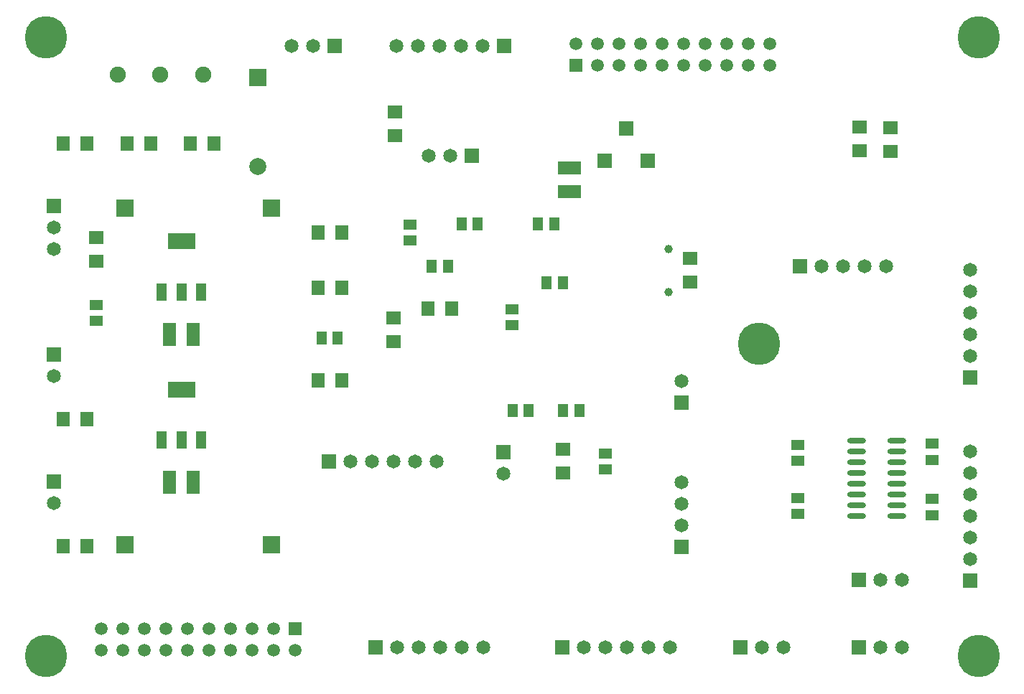
<source format=gbr>
G04 Layer_Color=255*
%FSLAX23Y23*%
%MOIN*%
%TF.FileFunction,Pads,Bot*%
%TF.Part,Single*%
G01*
G75*
%TA.AperFunction,SMDPad*%
%ADD11R,0.063X0.071*%
%TA.AperFunction,SMDPad*%
%ADD12O,0.087X0.024*%
%TA.AperFunction,SMDPad*%
%ADD13R,0.059X0.051*%
%TA.AperFunction,SMDPad*%
%ADD16R,0.051X0.059*%
%TA.AperFunction,ViaPad*%
%ADD25C,0.065*%
%TA.AperFunction,ViaPad*%
%ADD26R,0.065X0.065*%
%TA.AperFunction,ViaPad*%
%ADD27C,0.059*%
%TA.AperFunction,ViaPad*%
%ADD28R,0.059X0.059*%
%TA.AperFunction,ConnectorPad*%
%ADD29C,0.197*%
%TA.AperFunction,ViaPad*%
%ADD30C,0.079*%
%TA.AperFunction,ViaPad*%
%ADD31R,0.079X0.079*%
%TA.AperFunction,ViaPad*%
%ADD32R,0.065X0.065*%
%TA.AperFunction,ViaPad*%
%ADD33R,0.079X0.079*%
%TA.AperFunction,ViaPad*%
%ADD34C,0.075*%
%TA.AperFunction,ViaPad*%
%ADD35C,0.039*%
%TA.AperFunction,SMDPad*%
%ADD37R,0.071X0.063*%
%TA.AperFunction,SMDPad*%
%ADD38R,0.125X0.075*%
%TA.AperFunction,SMDPad*%
%ADD39R,0.047X0.083*%
%TA.AperFunction,SMDPad*%
%ADD40R,0.063X0.106*%
%TA.AperFunction,SMDPad*%
%ADD41R,0.106X0.063*%
D11*
X2516Y3504D02*
D03*
X2406D02*
D03*
X2516Y3248D02*
D03*
X2406D02*
D03*
X2516Y2815D02*
D03*
X2406D02*
D03*
X3028Y3150D02*
D03*
X2917D02*
D03*
X1335Y3917D02*
D03*
X1224D02*
D03*
X1224Y2638D02*
D03*
X1335D02*
D03*
X1335Y2047D02*
D03*
X1224D02*
D03*
X1925Y3917D02*
D03*
X1815D02*
D03*
X1630D02*
D03*
X1520D02*
D03*
D12*
X4906Y2187D02*
D03*
Y2237D02*
D03*
Y2287D02*
D03*
Y2337D02*
D03*
Y2387D02*
D03*
Y2437D02*
D03*
Y2487D02*
D03*
Y2537D02*
D03*
X5094Y2187D02*
D03*
Y2237D02*
D03*
Y2287D02*
D03*
Y2337D02*
D03*
Y2387D02*
D03*
Y2437D02*
D03*
Y2487D02*
D03*
Y2537D02*
D03*
D13*
X3307Y3073D02*
D03*
Y3148D02*
D03*
X4635Y2195D02*
D03*
Y2269D02*
D03*
X4634Y2516D02*
D03*
Y2442D02*
D03*
X5258Y2265D02*
D03*
Y2191D02*
D03*
X5258Y2522D02*
D03*
Y2448D02*
D03*
X3740Y2404D02*
D03*
Y2478D02*
D03*
X2835Y3541D02*
D03*
Y3467D02*
D03*
X1378Y3167D02*
D03*
Y3093D02*
D03*
D16*
X3502Y3543D02*
D03*
X3427D02*
D03*
X3010Y3346D02*
D03*
X2935D02*
D03*
X3542Y3269D02*
D03*
X3468D02*
D03*
X3384Y2677D02*
D03*
X3309D02*
D03*
X3620D02*
D03*
X3545D02*
D03*
X3073Y3543D02*
D03*
X3148D02*
D03*
X2423Y3012D02*
D03*
X2498D02*
D03*
D25*
X4567Y1575D02*
D03*
X4467D02*
D03*
X1181Y2246D02*
D03*
Y2836D02*
D03*
X1181Y3425D02*
D03*
Y3525D02*
D03*
X2921Y3860D02*
D03*
X3021D02*
D03*
X3640Y1575D02*
D03*
X3740D02*
D03*
X3840D02*
D03*
X3940D02*
D03*
X4040D02*
D03*
X2774D02*
D03*
X2874D02*
D03*
X2974D02*
D03*
X3074D02*
D03*
X3174D02*
D03*
X4743Y3346D02*
D03*
X4843D02*
D03*
X4943D02*
D03*
X5043D02*
D03*
X5433Y2931D02*
D03*
Y3031D02*
D03*
Y3131D02*
D03*
Y3231D02*
D03*
Y3331D02*
D03*
Y2387D02*
D03*
Y2287D02*
D03*
Y2187D02*
D03*
Y2087D02*
D03*
Y1987D02*
D03*
Y2487D02*
D03*
X3171Y4370D02*
D03*
X3071D02*
D03*
X2971D02*
D03*
X2871D02*
D03*
X2771D02*
D03*
X2283D02*
D03*
X2383D02*
D03*
X3268Y2383D02*
D03*
X2557Y2441D02*
D03*
X2657D02*
D03*
X2757D02*
D03*
X2857D02*
D03*
X2957D02*
D03*
X4094Y2813D02*
D03*
Y2144D02*
D03*
Y2244D02*
D03*
Y2344D02*
D03*
X5118Y1575D02*
D03*
X5018D02*
D03*
X5118Y1890D02*
D03*
X5018D02*
D03*
D26*
X4367Y1575D02*
D03*
X3121Y3860D02*
D03*
X3540Y1575D02*
D03*
X2674D02*
D03*
X4643Y3346D02*
D03*
X3737Y3837D02*
D03*
X3271Y4370D02*
D03*
X2483D02*
D03*
X2457Y2441D02*
D03*
X4918Y1575D02*
D03*
X4918Y1890D02*
D03*
D27*
X1700Y1664D02*
D03*
Y1564D02*
D03*
X1800Y1664D02*
D03*
Y1564D02*
D03*
X2300D02*
D03*
X2200Y1664D02*
D03*
Y1564D02*
D03*
X2100Y1664D02*
D03*
Y1564D02*
D03*
X2000Y1664D02*
D03*
Y1564D02*
D03*
X1900Y1664D02*
D03*
Y1564D02*
D03*
X1600D02*
D03*
Y1664D02*
D03*
X1500Y1564D02*
D03*
Y1664D02*
D03*
X1400Y1564D02*
D03*
Y1664D02*
D03*
X4205Y4281D02*
D03*
Y4381D02*
D03*
X4105Y4281D02*
D03*
Y4381D02*
D03*
X3605D02*
D03*
X3705Y4281D02*
D03*
Y4381D02*
D03*
X3805Y4281D02*
D03*
Y4381D02*
D03*
X3905Y4281D02*
D03*
Y4381D02*
D03*
X4005Y4281D02*
D03*
Y4381D02*
D03*
X4305D02*
D03*
Y4281D02*
D03*
X4405Y4381D02*
D03*
Y4281D02*
D03*
X4505Y4381D02*
D03*
Y4281D02*
D03*
D28*
X2300Y1664D02*
D03*
X3605Y4281D02*
D03*
D29*
X4454Y2985D02*
D03*
X5472Y4409D02*
D03*
Y1535D02*
D03*
X1142D02*
D03*
Y4409D02*
D03*
D30*
X2126Y3810D02*
D03*
D31*
Y4222D02*
D03*
D32*
X1181Y2346D02*
D03*
Y2936D02*
D03*
X1181Y3625D02*
D03*
X5433Y2831D02*
D03*
Y1887D02*
D03*
X3837Y3987D02*
D03*
X3937Y3837D02*
D03*
X3268Y2483D02*
D03*
X4094Y2713D02*
D03*
Y2044D02*
D03*
D33*
X2191Y3615D02*
D03*
X1510D02*
D03*
X2191Y2054D02*
D03*
X1510D02*
D03*
D34*
X1675Y4238D02*
D03*
X1875D02*
D03*
X1478D02*
D03*
D35*
X4035Y3228D02*
D03*
Y3425D02*
D03*
D37*
X4134Y3272D02*
D03*
Y3382D02*
D03*
X2764Y3953D02*
D03*
Y4063D02*
D03*
X2756Y2996D02*
D03*
Y3106D02*
D03*
X3543Y2386D02*
D03*
Y2496D02*
D03*
X4921Y3882D02*
D03*
Y3992D02*
D03*
X5065Y3990D02*
D03*
Y3880D02*
D03*
X1378Y3370D02*
D03*
Y3480D02*
D03*
D38*
X1772Y3463D02*
D03*
Y2774D02*
D03*
D39*
X1862Y3228D02*
D03*
X1772D02*
D03*
X1681D02*
D03*
Y2539D02*
D03*
X1772D02*
D03*
X1862D02*
D03*
D40*
X1827Y3031D02*
D03*
X1717D02*
D03*
X1827Y2343D02*
D03*
X1717D02*
D03*
D41*
X3573Y3802D02*
D03*
Y3692D02*
D03*
%TF.MD5,557D90AACD643EB7A4ABF4C41FEA0B46*%
M02*

</source>
